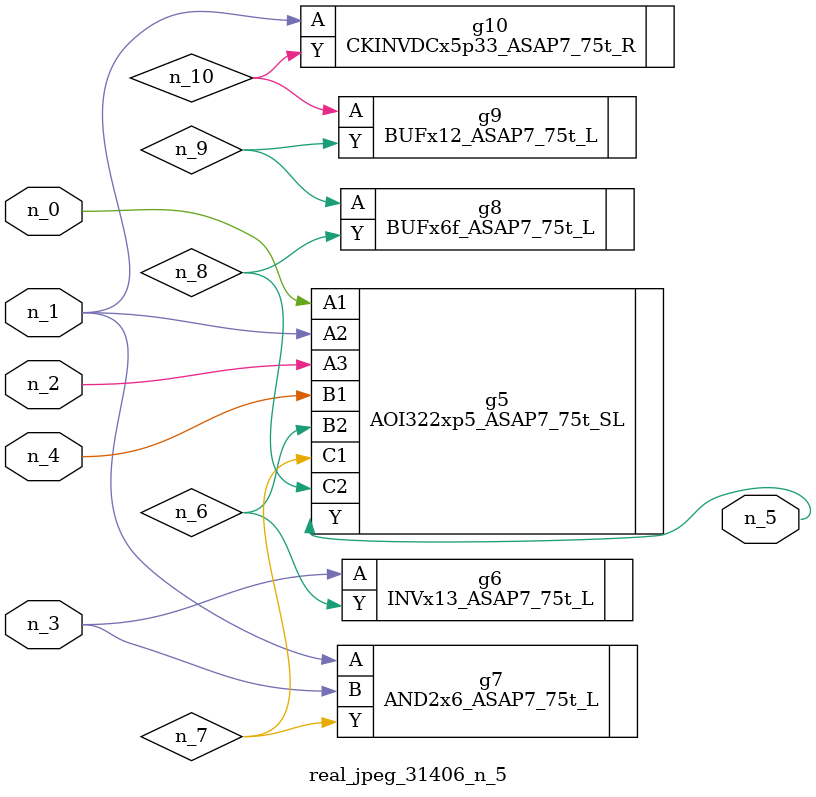
<source format=v>
module real_jpeg_31406_n_5 (n_4, n_0, n_1, n_2, n_3, n_5);

input n_4;
input n_0;
input n_1;
input n_2;
input n_3;

output n_5;

wire n_8;
wire n_6;
wire n_7;
wire n_10;
wire n_9;

AOI322xp5_ASAP7_75t_SL g5 ( 
.A1(n_0),
.A2(n_1),
.A3(n_2),
.B1(n_4),
.B2(n_6),
.C1(n_7),
.C2(n_8),
.Y(n_5)
);

AND2x6_ASAP7_75t_L g7 ( 
.A(n_1),
.B(n_3),
.Y(n_7)
);

CKINVDCx5p33_ASAP7_75t_R g10 ( 
.A(n_1),
.Y(n_10)
);

INVx13_ASAP7_75t_L g6 ( 
.A(n_3),
.Y(n_6)
);

BUFx6f_ASAP7_75t_L g8 ( 
.A(n_9),
.Y(n_8)
);

BUFx12_ASAP7_75t_L g9 ( 
.A(n_10),
.Y(n_9)
);


endmodule
</source>
